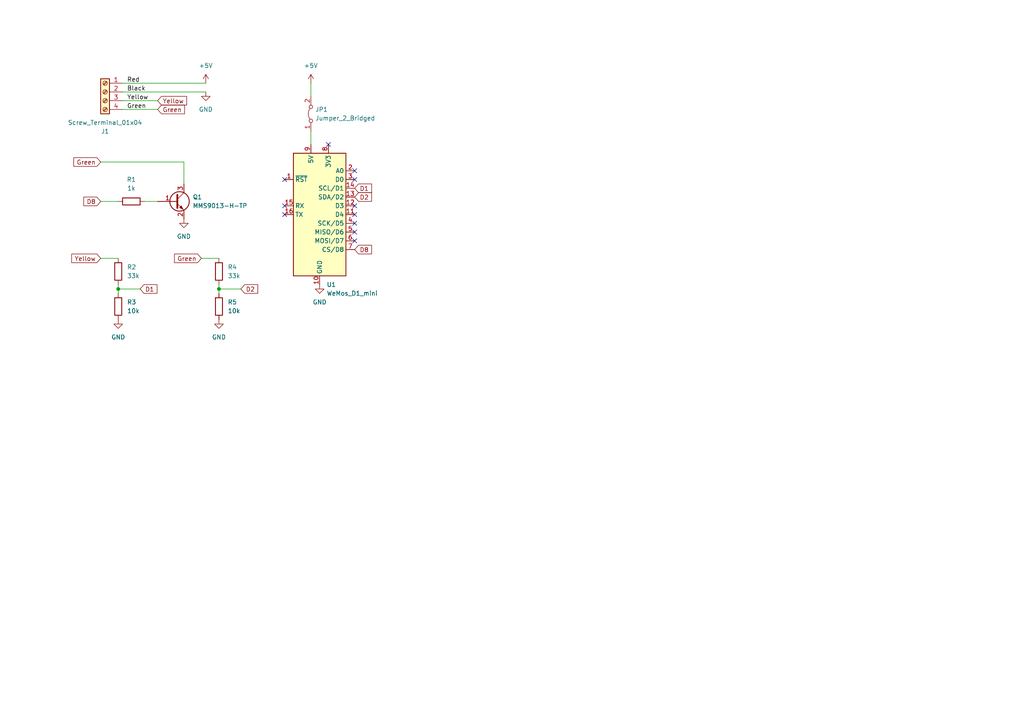
<source format=kicad_sch>
(kicad_sch (version 20211123) (generator eeschema)
  (paper "A4")
  (lib_symbols
    (symbol "Connector:Screw_Terminal_01x04" (pin_names (offset 1.016) hide)
      (property "Reference" "J" (at 0 5.08 0))
      (property "Value" "Screw_Terminal_01x04" (at 0 -7.62 0))
      (symbol "Screw_Terminal_01x04_1_1"
        (rectangle (start -1.27 3.81) (end 1.27 -6.35) (stroke (width 0.254)) (fill (type background)))
        (circle (center 0 -5.08) (radius 0.635) (stroke (width 0.1524)))
        (circle (center 0 -2.54) (radius 0.635) (stroke (width 0.1524)))
        (polyline (pts (xy -0.5334 -4.7498) (xy 0.3302 -5.588)) (stroke (width 0.1524)))
        (polyline (pts (xy -0.5334 -2.2098) (xy 0.3302 -3.048)) (stroke (width 0.1524)))
        (polyline (pts (xy -0.5334 0.3302) (xy 0.3302 -0.508)) (stroke (width 0.1524)))
        (polyline (pts (xy -0.5334 2.8702) (xy 0.3302 2.032)) (stroke (width 0.1524)))
        (polyline (pts (xy -0.3556 -4.572) (xy 0.508 -5.4102)) (stroke (width 0.1524)))
        (polyline (pts (xy -0.3556 -2.032) (xy 0.508 -2.8702)) (stroke (width 0.1524)))
        (polyline (pts (xy -0.3556 0.508) (xy 0.508 -0.3302)) (stroke (width 0.1524)))
        (polyline (pts (xy -0.3556 3.048) (xy 0.508 2.2098)) (stroke (width 0.1524)))
        (circle (center 0 0) (radius 0.635) (stroke (width 0.1524)))
        (circle (center 0 2.54) (radius 0.635) (stroke (width 0.1524)))
        (pin passive line (at -5.08 2.54 0) (length 3.81) (name "Pin_1") (number "1"))
        (pin passive line (at -5.08 0 0) (length 3.81) (name "Pin_2") (number "2"))
        (pin passive line (at -5.08 -2.54 0) (length 3.81) (name "Pin_3") (number "3"))
        (pin passive line (at -5.08 -5.08 0) (length 3.81) (name "Pin_4") (number "4"))
      )
    )
    (symbol "Device:R" (pin_numbers hide) (pin_names (offset 0))
      (property "Reference" "R" (at 2.032 0 90))
      (property "Value" "R" (at 0 0 90))
      (symbol "R_0_1"
        (rectangle (start -1.016 -2.54) (end 1.016 2.54) (stroke (width 0.254)))
      )
      (symbol "R_1_1"
        (pin passive line (at 0 3.81 270) (length 1.27) (name "~") (number "1"))
        (pin passive line (at 0 -3.81 90) (length 1.27) (name "~") (number "2"))
      )
    )
    (symbol "Jumper:Jumper_2_Bridged" (pin_names (offset 0) hide)
      (property "Reference" "JP" (at 0 1.905 0))
      (property "Value" "Jumper_2_Bridged" (at 0 -2.54 0))
      (symbol "Jumper_2_Bridged_0_0"
        (circle (center -2.032 0) (radius 0.508))
        (circle (center 2.032 0) (radius 0.508))
      )
      (symbol "Jumper_2_Bridged_0_1"
        (arc (start 1.524 0.254) (mid 0 0.762) (end -1.524 0.254))
      )
      (symbol "Jumper_2_Bridged_1_1"
        (pin passive line (at -5.08 0 0) (length 2.54) (name "A") (number "1"))
        (pin passive line (at 5.08 0 180) (length 2.54) (name "B") (number "2"))
      )
    )
    (symbol "MCU_Module:WeMos_D1_mini"
      (property "Reference" "U" (at 3.81 19.05 0))
      (property "Value" "WeMos_D1_mini" (at 1.27 -19.05 0))
      (symbol "WeMos_D1_mini_1_1"
        (rectangle (start -7.62 17.78) (end 7.62 -17.78) (stroke (width 0.254)) (fill (type background)))
        (pin input line (at -10.16 10.16 0) (length 2.54) (name "~{RST}") (number "1"))
        (pin power_in line (at 0 -20.32 90) (length 2.54) (name "GND") (number "10"))
        (pin bidirectional line (at 10.16 0 180) (length 2.54) (name "D4") (number "11"))
        (pin bidirectional line (at 10.16 2.54 180) (length 2.54) (name "D3") (number "12"))
        (pin bidirectional line (at 10.16 5.08 180) (length 2.54) (name "SDA/D2") (number "13"))
        (pin bidirectional line (at 10.16 7.62 180) (length 2.54) (name "SCL/D1") (number "14"))
        (pin input line (at -10.16 2.54 0) (length 2.54) (name "RX") (number "15"))
        (pin output line (at -10.16 0 0) (length 2.54) (name "TX") (number "16"))
        (pin input line (at 10.16 12.7 180) (length 2.54) (name "A0") (number "2"))
        (pin bidirectional line (at 10.16 10.16 180) (length 2.54) (name "D0") (number "3"))
        (pin bidirectional line (at 10.16 -2.54 180) (length 2.54) (name "SCK/D5") (number "4"))
        (pin bidirectional line (at 10.16 -5.08 180) (length 2.54) (name "MISO/D6") (number "5"))
        (pin bidirectional line (at 10.16 -7.62 180) (length 2.54) (name "MOSI/D7") (number "6"))
        (pin bidirectional line (at 10.16 -10.16 180) (length 2.54) (name "CS/D8") (number "7"))
        (pin power_out line (at 2.54 20.32 270) (length 2.54) (name "3V3") (number "8"))
        (pin power_in line (at -2.54 20.32 270) (length 2.54) (name "5V") (number "9"))
      )
    )
    (symbol "Transistor_BJT:2N3904" (pin_names (offset 0) hide)
      (property "Reference" "Q1" (at 5.08 1.2701 0))
      (property "Value" "2N3904" (at 5.08 -1.2699 0))
      (symbol "2N3904_0_1"
        (polyline (pts (xy 0.635 0.635) (xy 2.54 2.54)))
        (polyline (pts (xy 0.635 -0.635) (xy 2.54 -2.54) (xy 2.54 -2.54)))
        (polyline (pts (xy 0.635 1.905) (xy 0.635 -1.905) (xy 0.635 -1.905)) (stroke (width 0.508)))
        (polyline (pts (xy 1.27 -1.778) (xy 1.778 -1.27) (xy 2.286 -2.286) (xy 1.27 -1.778) (xy 1.27 -1.778)) (fill (type outline)))
        (circle (center 1.27 0) (radius 2.8194) (stroke (width 0.254)))
      )
      (symbol "2N3904_1_1"
        (pin passive line (at -5.08 0 0) (length 5.715) (name "B") (number "1"))
        (pin passive line (at 2.54 -5.08 90) (length 2.54) (name "E") (number "2"))
        (pin passive line (at 2.54 5.08 270) (length 2.54) (name "C") (number "3"))
      )
    )
    (symbol "power:+5V" (power) (pin_names (offset 0))
      (property "Value" "+5V" (at 0 3.556 0))
      (symbol "+5V_0_1"
        (polyline (pts (xy -0.762 1.27) (xy 0 2.54)))
        (polyline (pts (xy 0 0) (xy 0 2.54)))
        (polyline (pts (xy 0 2.54) (xy 0.762 1.27)))
      )
      (symbol "+5V_1_1"
        (pin power_in line (at 0 0 90) (length 0) hide (name "+5V") (number "1"))
      )
    )
    (symbol "power:GND" (power) (pin_names (offset 0))
      (property "Value" "GND" (at 0 -3.81 0))
      (symbol "GND_0_1"
        (polyline (pts (xy 0 0) (xy 0 -1.27) (xy 1.27 -1.27) (xy 0 -2.54) (xy -1.27 -1.27) (xy 0 -1.27)))
      )
      (symbol "GND_1_1"
        (pin power_in line (at 0 0 270) (length 0) hide (name "GND") (number "1"))
      )
    )
  )
  (junction (at 34.29 83.82))
  (junction (at 63.5 83.82))
  (no_connect (at 82.55 62.23))
  (no_connect (at 95.25 41.91))
  (no_connect (at 102.87 69.85))
  (no_connect (at 82.55 59.69))
  (no_connect (at 102.87 59.69))
  (no_connect (at 102.87 52.07))
  (no_connect (at 102.87 62.23))
  (no_connect (at 102.87 64.77))
  (no_connect (at 102.87 49.53))
  (no_connect (at 102.87 67.31))
  (no_connect (at 82.55 52.07))
  (wire (pts (xy 63.5 83.82) (xy 63.5 85.09)))
  (wire (pts (xy 35.56 29.21) (xy 45.72 29.21)))
  (wire (pts (xy 58.42 74.93) (xy 63.5 74.93)))
  (wire (pts (xy 35.56 31.75) (xy 45.72 31.75)))
  (wire (pts (xy 29.21 46.99) (xy 53.34 46.99)))
  (wire (pts (xy 34.29 83.82) (xy 40.64 83.82)))
  (wire (pts (xy 53.34 46.99) (xy 53.34 53.34)))
  (wire (pts (xy 63.5 83.82) (xy 69.85 83.82)))
  (wire (pts (xy 90.17 38.1) (xy 90.17 41.91)))
  (wire (pts (xy 34.29 83.82) (xy 34.29 85.09)))
  (wire (pts (xy 63.5 82.55) (xy 63.5 83.82)))
  (wire (pts (xy 35.56 24.13) (xy 59.69 24.13)))
  (wire (pts (xy 29.21 74.93) (xy 34.29 74.93)))
  (wire (pts (xy 34.29 82.55) (xy 34.29 83.82)))
  (wire (pts (xy 35.56 26.67) (xy 59.69 26.67)))
  (wire (pts (xy 41.91 58.42) (xy 45.72 58.42)))
  (wire (pts (xy 90.17 24.13) (xy 90.17 27.94)))
  (wire (pts (xy 29.21 58.42) (xy 34.29 58.42)))
  (label "Red" (at 36.83 24.13 0))
  (label "Green" (at 36.83 31.75 0))
  (label "Black" (at 36.83 26.67 0))
  (label "Yellow" (at 36.83 29.21 0))
  (global_label "D8" (shape input) (at 102.87 72.39 0) (property "Intersheet References" "${INTERSHEET_REFS}" (effects hide)))
  (global_label "Green" (shape input) (at 58.42 74.93 180) (property "Intersheet References" "${INTERSHEET_REFS}" (effects hide)))
  (global_label "D2" (shape input) (at 69.85 83.82 0) (property "Intersheet References" "${INTERSHEET_REFS}" (effects hide)))
  (global_label "D1" (shape input) (at 102.87 54.61 0) (property "Intersheet References" "${INTERSHEET_REFS}" (effects hide)))
  (global_label "Yellow" (shape input) (at 45.72 29.21 0) (property "Intersheet References" "${INTERSHEET_REFS}" (effects hide)))
  (global_label "D8" (shape input) (at 29.21 58.42 180) (property "Intersheet References" "${INTERSHEET_REFS}" (effects hide)))
  (global_label "D2" (shape input) (at 102.87 57.15 0) (property "Intersheet References" "${INTERSHEET_REFS}" (effects hide)))
  (global_label "D1" (shape input) (at 40.64 83.82 0) (property "Intersheet References" "${INTERSHEET_REFS}" (effects hide)))
  (global_label "Green" (shape input) (at 29.21 46.99 180) (property "Intersheet References" "${INTERSHEET_REFS}" (effects hide)))
  (global_label "Yellow" (shape input) (at 29.21 74.93 180) (property "Intersheet References" "${INTERSHEET_REFS}" (effects hide)))
  (global_label "Green" (shape input) (at 45.72 31.75 0) (property "Intersheet References" "${INTERSHEET_REFS}" (effects hide)))
  (symbol (lib_id "Device:R") (at 34.29 88.9 0) (unit 1)
    (property "Reference" "R3" (at 36.83 87.6299 0) (effects (justify left)))
    (property "Value" "10k" (at 36.83 90.1699 0) (effects (justify left)))
    (property "Footprint" "Resistor_SMD:R_1206_3216Metric_Pad1.30x1.75mm_HandSolder" (effects hide))
    (property "JLCPCB" "C2088065" (effects hide))
  )
  (symbol (lib_id "Connector:Screw_Terminal_01x04") (at 30.48 26.67 0) (mirror y) (unit 1)
    (property "Reference" "J1" (at 30.48 38.1 0))
    (property "Value" "Screw_Terminal_01x04" (at 30.48 35.56 0))
    (property "Footprint" "TerminalBlock_Phoenix:TerminalBlock_Phoenix_MKDS-1,5-4-5.08_1x04_P5.08mm_Horizontal" (effects hide))
    (property "JLCPCB" "C90087" (effects hide))
  )
  (symbol (lib_id "Device:R") (at 63.5 78.74 0) (unit 1)
    (property "Reference" "R4" (at 66.04 77.4699 0) (effects (justify left)))
    (property "Value" "33k" (at 66.04 80.0099 0) (effects (justify left)))
    (property "Footprint" "Resistor_SMD:R_1206_3216Metric_Pad1.30x1.75mm_HandSolder" (effects hide))
    (property "JLCPCB" "C3018045" (effects hide))
  )
  (symbol (lib_id "power:GND") (at 34.29 92.71 0) (unit 1)
    (property "Reference" "#PWR01" (effects hide))
    (property "Value" "GND" (at 34.29 97.79 0))
  )
  (symbol (lib_id "power:+5V") (at 59.69 24.13 0) (unit 1)
    (property "Reference" "#PWR03" (effects hide))
    (property "Value" "+5V" (at 59.69 19.05 0))
  )
  (symbol (lib_id "Jumper:Jumper_2_Bridged") (at 90.17 33.02 90) (unit 1)
    (property "Reference" "JP1" (at 91.44 31.7499 90) (effects (justify right)))
    (property "Value" "Jumper_2_Bridged" (at 91.44 34.2899 90) (effects (justify right)))
    (property "Footprint" "Connector_PinHeader_2.54mm:PinHeader_1x02_P2.54mm_Vertical" (effects hide))
    (property "JLCPCB" "C2883961" (effects hide))
  )
  (symbol (lib_id "MCU_Module:WeMos_D1_mini") (at 92.71 62.23 0) (unit 1)
    (property "Reference" "U1" (at 94.7294 82.55 0) (effects (justify left)))
    (property "Value" "WeMos_D1_mini" (at 94.7294 85.09 0) (effects (justify left)))
    (property "Footprint" "Module:WEMOS_D1_mini_light" (effects hide))
    (property "Datasheet" "https://wiki.wemos.cc/products:d1:d1_mini#documentation" (effects hide))
    (property "JLCPCB" "C2905417" (effects hide))
  )
  (symbol (lib_id "power:GND") (at 59.69 26.67 0) (unit 1)
    (property "Reference" "#PWR04" (effects hide))
    (property "Value" "GND" (at 59.69 31.75 0))
  )
  (symbol (lib_id "power:GND") (at 53.34 63.5 0) (unit 1)
    (property "Reference" "#PWR02" (effects hide))
    (property "Value" "GND" (at 53.34 68.58 0))
  )
  (symbol (lib_id "power:GND") (at 63.5 92.71 0) (unit 1)
    (property "Reference" "#PWR05" (effects hide))
    (property "Value" "GND" (at 63.5 97.79 0))
  )
  (symbol (lib_id "Device:R") (at 38.1 58.42 90) (unit 1)
    (property "Reference" "R1" (at 38.1 52.07 90))
    (property "Value" "1k" (at 38.1 54.61 90))
    (property "Footprint" "Resistor_SMD:R_1206_3216Metric_Pad1.30x1.75mm_HandSolder" (effects hide))
    (property "JLCPCB" "C2759591" (effects hide))
  )
  (symbol (lib_id "power:+5V") (at 90.17 24.13 0) (unit 1)
    (property "Reference" "#PWR06" (effects hide))
    (property "Value" "+5V" (at 90.17 19.05 0))
  )
  (symbol (lib_id "Transistor_BJT:2N3904") (at 50.8 58.42 0) (unit 1)
    (property "Reference" "Q1" (at 55.88 57.1499 0) (effects (justify left)))
    (property "Value" "MMS9013-H-TP" (at 55.88 59.6899 0) (effects (justify left)))
    (property "Footprint" "Package_TO_SOT_SMD:SOT-23" (effects hide))
    (property "Datasheet" "https://www.onsemi.com/pub/Collateral/2N3903-D.PDF" (effects hide))
    (property "JLCPCB" "C90160" (effects hide))
  )
  (symbol (lib_id "power:GND") (at 92.71 82.55 0) (unit 1)
    (property "Reference" "#PWR07" (effects hide))
    (property "Value" "GND" (at 92.71 87.63 0))
  )
  (symbol (lib_id "Device:R") (at 34.29 78.74 0) (unit 1)
    (property "Reference" "R2" (at 36.83 77.4699 0) (effects (justify left)))
    (property "Value" "33k" (at 36.83 80.0099 0) (effects (justify left)))
    (property "Footprint" "Resistor_SMD:R_1206_3216Metric_Pad1.30x1.75mm_HandSolder" (effects hide))
    (property "JLCPCB" "C3018045" (effects hide))
  )
  (symbol (lib_id "Device:R") (at 63.5 88.9 0) (unit 1)
    (property "Reference" "R5" (at 66.04 87.6299 0) (effects (justify left)))
    (property "Value" "10k" (at 66.04 90.1699 0) (effects (justify left)))
    (property "Footprint" "Resistor_SMD:R_1206_3216Metric_Pad1.30x1.75mm_HandSolder" (effects hide))
    (property "JLCPCB" "C2088065" (effects hide))
  )
)
</source>
